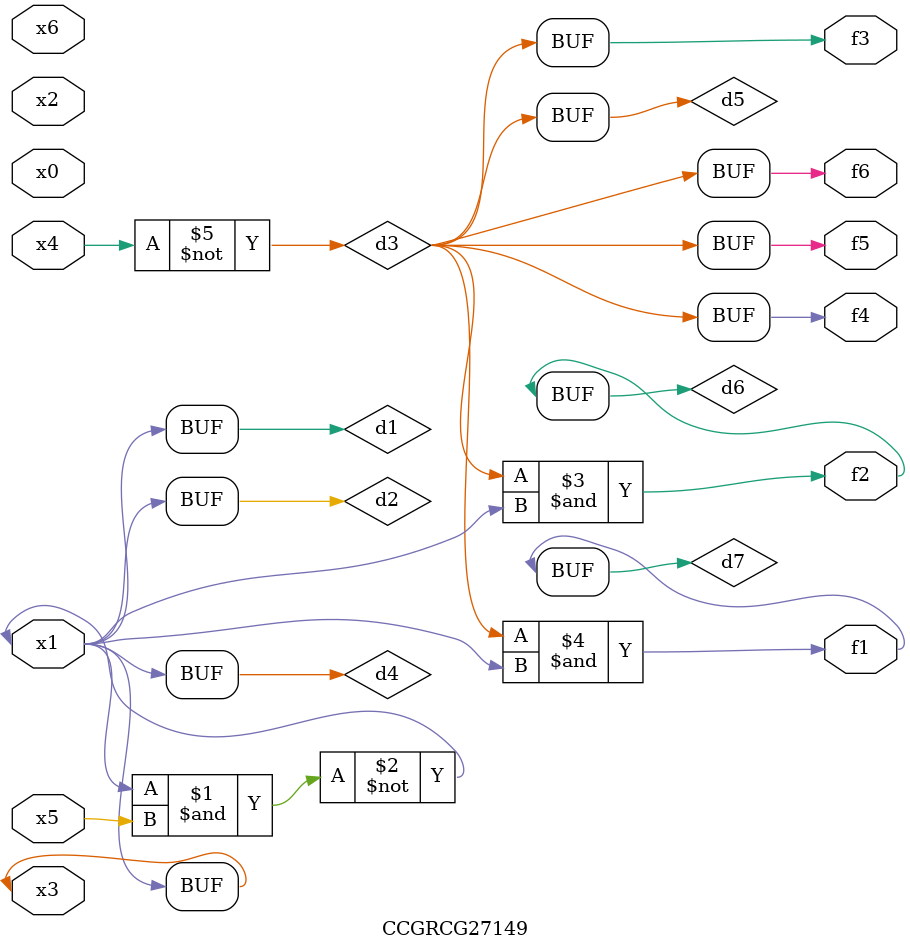
<source format=v>
module CCGRCG27149(
	input x0, x1, x2, x3, x4, x5, x6,
	output f1, f2, f3, f4, f5, f6
);

	wire d1, d2, d3, d4, d5, d6, d7;

	buf (d1, x1, x3);
	nand (d2, x1, x5);
	not (d3, x4);
	buf (d4, d1, d2);
	buf (d5, d3);
	and (d6, d3, d4);
	and (d7, d3, d4);
	assign f1 = d7;
	assign f2 = d6;
	assign f3 = d5;
	assign f4 = d5;
	assign f5 = d5;
	assign f6 = d5;
endmodule

</source>
